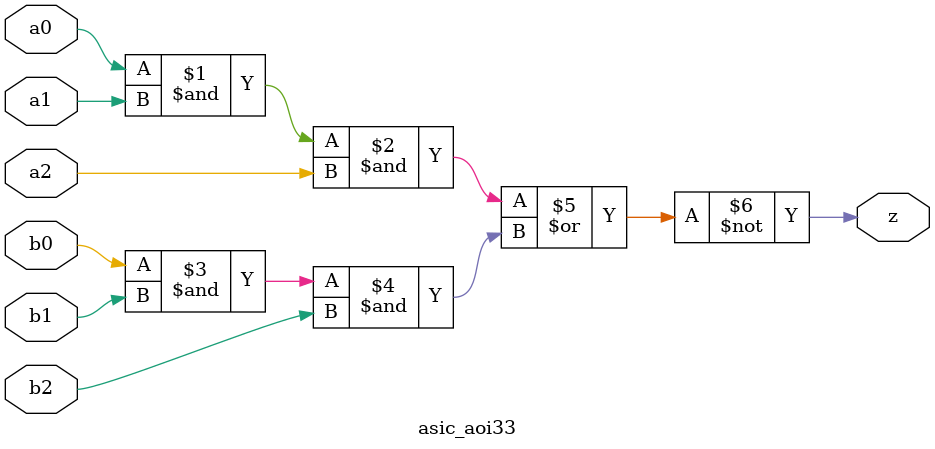
<source format=v>
module asic_aoi33(	// file.cleaned.mlir:2:3
  input  a0,	// file.cleaned.mlir:2:28
         a1,	// file.cleaned.mlir:2:41
         a2,	// file.cleaned.mlir:2:54
         b0,	// file.cleaned.mlir:2:67
         b1,	// file.cleaned.mlir:2:80
         b2,	// file.cleaned.mlir:2:93
  output z	// file.cleaned.mlir:2:107
);

  assign z = ~(a0 & a1 & a2 | b0 & b1 & b2);	// file.cleaned.mlir:4:10, :5:10, :6:10, :7:10, :8:5
endmodule


</source>
